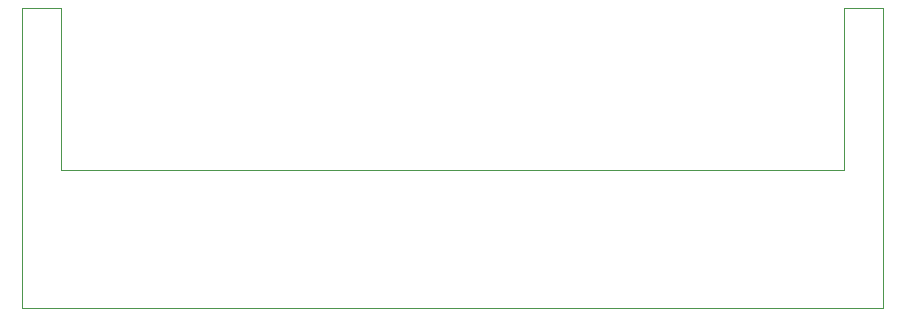
<source format=gbr>
%TF.GenerationSoftware,KiCad,Pcbnew,7.99.0-unknown-70ffd971e3~172~ubuntu22.04.1*%
%TF.CreationDate,2023-07-10T18:43:01-05:00*%
%TF.ProjectId,beepsensors,62656570-7365-46e7-936f-72732e6b6963,-*%
%TF.SameCoordinates,Original*%
%TF.FileFunction,Profile,NP*%
%FSLAX46Y46*%
G04 Gerber Fmt 4.6, Leading zero omitted, Abs format (unit mm)*
G04 Created by KiCad (PCBNEW 7.99.0-unknown-70ffd971e3~172~ubuntu22.04.1) date 2023-07-10 18:43:01*
%MOMM*%
%LPD*%
G01*
G04 APERTURE LIST*
%TA.AperFunction,Profile*%
%ADD10C,0.100000*%
%TD*%
G04 APERTURE END LIST*
D10*
%TO.C,REF\u002A\u002A*%
X126892000Y-85108000D02*
X126892000Y-110508000D01*
X126892000Y-85108000D02*
X130194000Y-85108000D01*
X126892000Y-110508000D02*
X199790000Y-110508000D01*
X130194000Y-85108000D02*
X130194000Y-98824000D01*
X130194000Y-98824000D02*
X196488000Y-98824000D01*
X196488000Y-85108000D02*
X196488000Y-98824000D01*
X199790000Y-85108000D02*
X196488000Y-85108000D01*
X199790000Y-85108000D02*
X199790000Y-110508000D01*
%TD*%
M02*

</source>
